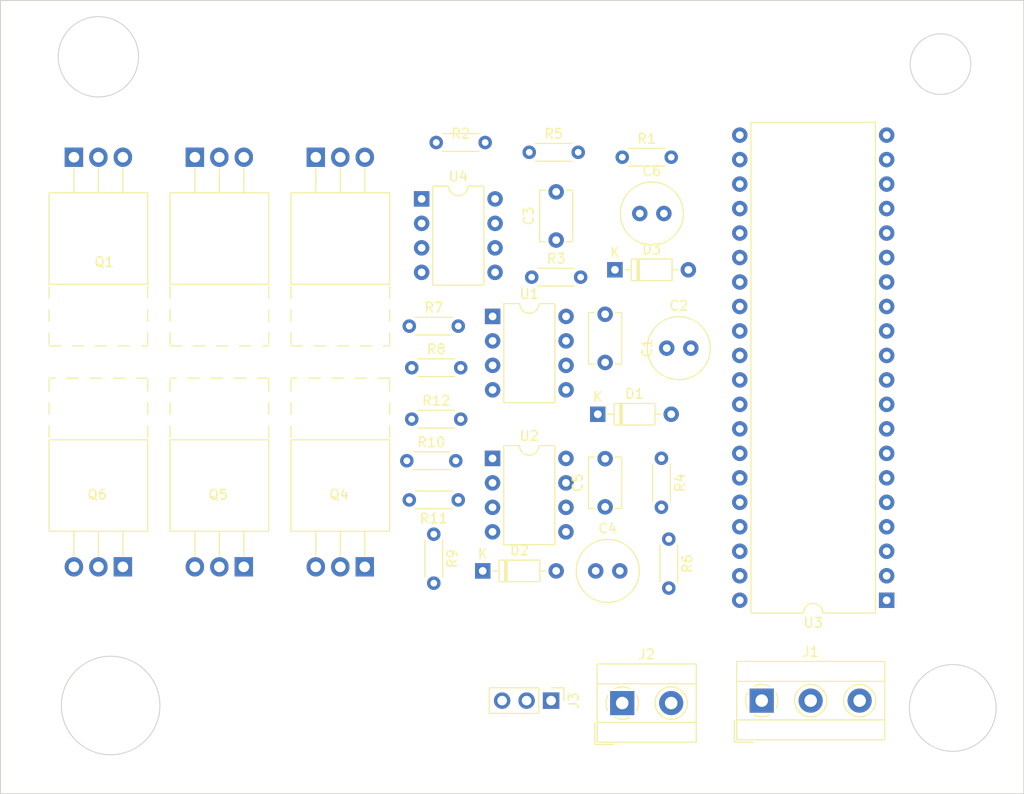
<source format=kicad_pcb>
(kicad_pcb (version 20221018) (generator pcbnew)
  (layers (0 "F.Cu" signal) (31 "B.Cu" signal) (34 "B.Paste" user) (35 "F.Paste" user) (36 "B.SilkS" user "B.Silkscreen") (37 "F.SilkS" user "F.Silkscreen") (38 "B.Mask" user) (39 "F.Mask" user) (44 "Edge.Cuts" user))
  (net 0 "")
  (net 1 "GND")
  (net 2 "Net-(U1-VS)")
  (net 3 "Net-(U2-VS)")
  (net 4 "+36V")
  (net 5 "/PHASE_A")
  (net 6 "/PHASE_B")
  (net 7 "Net-(Q1-G)")
  (net 8 "Net-(Q2-G)")
  (net 9 "Net-(Q3-G)")
  (net 10 "Net-(Q4-G)")
  (net 11 "Net-(Q5-G)")
  (net 12 "Net-(Q6-G)")
  (net 13 "/HIGH_A")
  (net 14 "/LOW_A")
  (net 15 "/HIGH_B")
  (net 16 "/LOW_B")
  (net 17 "/HIN_A")
  (net 18 "/LIN_A")
  (net 19 "/HIN_B")
  (net 20 "/LIN_B")
  (net 21 "/PHASE_C")
  (net 22 "+12V")
  (net 23 "/5V")
  (net 24 "/POT_IN")
  (net 25 "Net-(D1-A)")
  (net 26 "Net-(D2-A)")
  (net 27 "Net-(D3-A)")
  (net 28 "Net-(U4-VS)")
  (net 39 "Net-(U3-GND-Pad11)")
  (footprint "Diode_THT:D_DO-35_SOD27_P7.62mm_Horizontal" (layer "F.Cu") (at 103.378 72.649)
    (fp_text reference "D1" (at 3.81 -2.12) (layer "F.SilkS"))
    (fp_text value "1N4448")
    (fp_text user "K" (at 0 -1.8) (layer "F.SilkS"))
    (fp_line (start 1.04 0) (end 1.69 0) (stroke (width 0.12)) (layer "F.SilkS"))
    (fp_line (start 1.69 -1.12) (end 1.69 1.12) (stroke (width 0.12)) (layer "F.SilkS"))
    (fp_line (start 1.69 1.12) (end 5.93 1.12) (stroke (width 0.12)) (layer "F.SilkS"))
    (fp_line (start 2.29 -1.12) (end 2.29 1.12) (stroke (width 0.12)) (layer "F.SilkS"))
    (fp_line (start 2.41 -1.12) (end 2.41 1.12) (stroke (width 0.12)) (layer "F.SilkS"))
    (fp_line (start 2.53 -1.12) (end 2.53 1.12) (stroke (width 0.12)) (layer "F.SilkS"))
    (fp_line (start 5.93 -1.12) (end 1.69 -1.12) (stroke (width 0.12)) (layer "F.SilkS"))
    (fp_line (start 5.93 1.12) (end 5.93 -1.12) (stroke (width 0.12)) (layer "F.SilkS"))
    (fp_line (start 6.58 0) (end 5.93 0) (stroke (width 0.12)) (layer "F.SilkS"))
    (pad "1" thru_hole rect (at 0 0) (size 1.6 1.6) (drill 0.8) (layers "*.Cu" "*.Mask") (net 22 "+12V"))
    (pad "2" thru_hole oval (at 7.62 0) (size 1.6 1.6) (drill 0.8) (layers "*.Cu" "*.Mask") (net 25 "Net-(D1-A)"))
  )
  (footprint "Resistor_THT:R_Axial_DIN0204_L3.6mm_D1.6mm_P5.08mm_Horizontal" (layer "F.Cu") (at 88.9 81.539 180)
    (fp_text reference "R11" (at 2.54 -1.92) (layer "F.SilkS"))
    (fp_text value "R")
    (fp_line (start 0.62 -0.92) (end 4.46 -0.92) (stroke (width 0.12)) (layer "F.SilkS"))
    (fp_line (start 0.62 0.92) (end 4.46 0.92) (stroke (width 0.12)) (layer "F.SilkS"))
    (pad "1" thru_hole circle (at 0 0 180) (size 1.4 1.4) (drill 0.7) (layers "*.Cu" "*.Mask") (net 14 "/LOW_A"))
    (pad "2" thru_hole oval (at 5.08 0 180) (size 1.4 1.4) (drill 0.7) (layers "*.Cu" "*.Mask") (net 12 "Net-(Q6-G)"))
  )
  (footprint "Package_TO_SOT_THT:TO-220-3_Horizontal_TabUp" (layer "F.Cu") (at 49.022 45.983)
    (fp_text reference "Q1" (at 3.136 10.88) (layer "F.SilkS"))
    (fp_text value "IRLZ44N")
    (fp_line (start -2.58 3.69) (end -2.58 13.18) (stroke (width 0.12)) (layer "F.SilkS"))
    (fp_line (start -2.58 3.69) (end 7.66 3.69) (stroke (width 0.12)) (layer "F.SilkS"))
    (fp_line (start -2.58 13.18) (end 7.66 13.18) (stroke (width 0.12)) (layer "F.SilkS"))
    (fp_line (start -2.58 13.42) (end -2.58 14.62) (stroke (width 0.12)) (layer "F.SilkS"))
    (fp_line (start -2.58 15.82) (end -2.58 17.02) (stroke (width 0.12)) (layer "F.SilkS"))
    (fp_line (start -2.58 18.22) (end -2.58 19.42) (stroke (width 0.12)) (layer "F.SilkS"))
    (fp_line (start -2.58 19.58) (end -1.38 19.58) (stroke (width 0.12)) (layer "F.SilkS"))
    (fp_line (start -0.181 19.58) (end 1.02 19.58) (stroke (width 0.12)) (layer "F.SilkS"))
    (fp_line (start 0 1.15) (end 0 3.69) (stroke (width 0.12)) (layer "F.SilkS"))
    (fp_line (start 2.22 19.58) (end 3.42 19.58) (stroke (width 0.12)) (layer "F.SilkS"))
    (fp_line (start 2.54 1.15) (end 2.54 3.69) (stroke (width 0.12)) (layer "F.SilkS"))
    (fp_line (start 4.62 19.58) (end 5.82 19.58) (stroke (width 0.12)) (layer "F.SilkS"))
    (fp_line (start 5.08 1.15) (end 5.08 3.69) (stroke (width 0.12)) (layer "F.SilkS"))
    (fp_line (start 7.02 19.58) (end 7.66 19.58) (stroke (width 0.12)) (layer "F.SilkS"))
    (fp_line (start 7.66 3.69) (end 7.66 13.18) (stroke (width 0.12)) (layer "F.SilkS"))
    (fp_line (start 7.66 13.42) (end 7.66 14.62) (stroke (width 0.12)) (layer "F.SilkS"))
    (fp_line (start 7.66 15.82) (end 7.66 17.02) (stroke (width 0.12)) (layer "F.SilkS"))
    (fp_line (start 7.66 18.22) (end 7.66 19.42) (stroke (width 0.12)) (layer "F.SilkS"))
    (pad "" np_thru_hole oval locked (at 2.54 16.66) (size 3.5 3.5) (drill 3.5) (layers "*.Cu" "*.Mask"))
    (pad "1" thru_hole rect locked (at 0 0) (size 1.905 2) (drill 1.1) (layers "*.Cu" "*.Mask") (net 7 "Net-(Q1-G)"))
    (pad "2" thru_hole oval locked (at 2.54 0) (size 1.905 2) (drill 1.1) (layers "*.Cu" "*.Mask") (net 4 "+36V"))
    (pad "3" thru_hole oval locked (at 5.08 0) (size 1.905 2) (drill 1.1) (layers "*.Cu" "*.Mask") (net 5 "/PHASE_A"))
  )
  (footprint "TerminalBlock_MetzConnect:TerminalBlock_MetzConnect_Type101_RT01603HBWC_1x03_P5.08mm_Horizontal" (layer "F.Cu") (at 120.386 102.362)
    (fp_text reference "J1" (at 5.08 -5.06) (layer "F.SilkS"))
    (fp_text value "Screw_Terminal_01x03")
    (fp_line (start -2.84 2.06) (end -2.84 4.3) (stroke (width 0.12)) (layer "F.SilkS"))
    (fp_line (start -2.84 4.3) (end -0.84 4.3) (stroke (width 0.12)) (layer "F.SilkS"))
    (fp_line (start -2.6 -4.06) (end -2.6 4.06) (stroke (width 0.12)) (layer "F.SilkS"))
    (fp_line (start -2.6 -4.06) (end 12.76 -4.06) (stroke (width 0.12)) (layer "F.SilkS"))
    (fp_line (start -2.6 -2) (end 12.76 -2) (stroke (width 0.12)) (layer "F.SilkS"))
    (fp_line (start -2.6 2) (end 12.76 2) (stroke (width 0.12)) (layer "F.SilkS"))
    (fp_line (start -2.6 4.06) (end 12.76 4.06) (stroke (width 0.12)) (layer "F.SilkS"))
    (fp_line (start 3.9 0.976) (end 3.806 1.069) (stroke (width 0.12)) (layer "F.SilkS"))
    (fp_line (start 4.07 1.216) (end 4.011 1.274) (stroke (width 0.12)) (layer "F.SilkS"))
    (fp_line (start 6.15 -1.275) (end 6.091 -1.216) (stroke (width 0.12)) (layer "F.SilkS"))
    (fp_line (start 6.355 -1.069) (end 6.261 -0.976) (stroke (width 0.12)) (layer "F.SilkS"))
    (fp_line (start 8.98 0.976) (end 8.886 1.069) (stroke (width 0.12)) (layer "F.SilkS"))
    (fp_line (start 9.15 1.216) (end 9.091 1.274) (stroke (width 0.12)) (layer "F.SilkS"))
    (fp_line (start 11.23 -1.275) (end 11.171 -1.216) (stroke (width 0.12)) (layer "F.SilkS"))
    (fp_line (start 11.435 -1.069) (end 11.341 -0.976) (stroke (width 0.12)) (layer "F.SilkS"))
    (fp_line (start 12.76 -4.06) (end 12.76 4.06) (stroke (width 0.12)) (layer "F.SilkS"))
    (fp_arc (start -1.483953 0.789089) (mid -1.680708 0.00005) (end -1.484 -0.789) (stroke (width 0.12)) (layer "F.SilkS"))
    (fp_arc (start -0.789089 -1.483953) (mid -0.00005 -1.680708) (end 0.789 -1.484) (stroke (width 0.12)) (layer "F.SilkS"))
    (fp_arc (start 0.029383 1.68045) (mid -0.392304 1.634281) (end -0.789 1.484) (stroke (width 0.12)) (layer "F.SilkS"))
    (fp_arc (start 0.788712 1.483352) (mid 0.406429 1.630097) (end 0 1.68) (stroke (width 0.12)) (layer "F.SilkS"))
    (fp_arc (start 1.483953 -0.789089) (mid 1.680708 -0.00005) (end 1.484 0.789) (stroke (width 0.12)) (layer "F.SilkS"))
    (fp_circle (center 5.08 0) (end 6.76 0) (stroke (width 0.12)) (fill none) (layer "F.SilkS"))
    (fp_circle (center 10.16 0) (end 11.84 0) (stroke (width 0.12)) (fill none) (layer "F.SilkS"))
    (pad "1" thru_hole rect (at 0 0) (size 2.5 2.5) (drill 1.3) (layers "*.Cu" "*.Mask") (net 5 "/PHASE_A"))
    (pad "2" thru_hole circle (at 5.08 0) (size 2.5 2.5) (drill 1.3) (layers "*.Cu" "*.Mask") (net 6 "/PHASE_B"))
    (pad "3" thru_hole circle (at 10.16 0) (size 2.5 2.5) (drill 1.3) (layers "*.Cu" "*.Mask") (net 21 "/PHASE_C"))
  )
  (footprint "Resistor_THT:R_Axial_DIN0204_L3.6mm_D1.6mm_P5.08mm_Horizontal" (layer "F.Cu") (at 86.614 44.455)
    (fp_text reference "R2" (at 2.54 -0.92) (layer "F.SilkS"))
    (fp_text value "10K")
    (fp_line (start 0.62 -0.92) (end 4.46 -0.92) (stroke (width 0.12)) (layer "F.SilkS"))
    (fp_line (start 0.62 0.92) (end 4.46 0.92) (stroke (width 0.12)) (layer "F.SilkS"))
    (pad "1" thru_hole circle (at 0 0) (size 1.4 1.4) (drill 0.7) (layers "*.Cu" "*.Mask") (net 1 "GND"))
    (pad "2" thru_hole oval (at 5.08 0) (size 1.4 1.4) (drill 0.7) (layers "*.Cu" "*.Mask") (net 13 "/HIGH_A"))
  )
  (footprint "Capacitor_THT:C_Radial_D6.3mm_H5.0mm_P2.50mm" (layer "F.Cu") (at 110.53 65.791)
    (fp_text reference "C2" (at 1.25 -4.4) (layer "F.SilkS"))
    (fp_text value "10uF")
    (fp_circle (center 1.25 0) (end 4.52 0) (stroke (width 0.12)) (fill none) (layer "F.SilkS"))
    (pad "1" thru_hole circle (at 0 0) (size 1.6 1.6) (drill 0.8) (layers "*.Cu" "*.Mask") (net 25 "Net-(D1-A)"))
    (pad "2" thru_hole circle (at 2.5 0) (size 1.6 1.6) (drill 0.8) (layers "*.Cu" "*.Mask") (net 2 "Net-(U1-VS)"))
  )
  (footprint "Package_TO_SOT_THT:TO-220-3_Horizontal_TabUp" (layer "F.Cu") (at 54.102 88.483 180)
    (fp_text reference "Q6" (at 2.66 7.49) (layer "F.SilkS"))
    (fp_text value "IRLZ44N")
    (fp_line (start -2.58 3.69) (end -2.58 13.18) (stroke (width 0.12)) (layer "F.SilkS"))
    (fp_line (start -2.58 3.69) (end 7.66 3.69) (stroke (width 0.12)) (layer "F.SilkS"))
    (fp_line (start -2.58 13.18) (end 7.66 13.18) (stroke (width 0.12)) (layer "F.SilkS"))
    (fp_line (start -2.58 13.42) (end -2.58 14.62) (stroke (width 0.12)) (layer "F.SilkS"))
    (fp_line (start -2.58 15.82) (end -2.58 17.02) (stroke (width 0.12)) (layer "F.SilkS"))
    (fp_line (start -2.58 18.22) (end -2.58 19.42) (stroke (width 0.12)) (layer "F.SilkS"))
    (fp_line (start -2.58 19.58) (end -1.38 19.58) (stroke (width 0.12)) (layer "F.SilkS"))
    (fp_line (start -0.181 19.58) (end 1.02 19.58) (stroke (width 0.12)) (layer "F.SilkS"))
    (fp_line (start 0 1.15) (end 0 3.69) (stroke (width 0.12)) (layer "F.SilkS"))
    (fp_line (start 2.22 19.58) (end 3.42 19.58) (stroke (width 0.12)) (layer "F.SilkS"))
    (fp_line (start 2.54 1.15) (end 2.54 3.69) (stroke (width 0.12)) (layer "F.SilkS"))
    (fp_line (start 4.62 19.58) (end 5.82 19.58) (stroke (width 0.12)) (layer "F.SilkS"))
    (fp_line (start 5.08 1.15) (end 5.08 3.69) (stroke (width 0.12)) (layer "F.SilkS"))
    (fp_line (start 7.02 19.58) (end 7.66 19.58) (stroke (width 0.12)) (layer "F.SilkS"))
    (fp_line (start 7.66 3.69) (end 7.66 13.18) (stroke (width 0.12)) (layer "F.SilkS"))
    (fp_line (start 7.66 13.42) (end 7.66 14.62) (stroke (width 0.12)) (layer "F.SilkS"))
    (fp_line (start 7.66 15.82) (end 7.66 17.02) (stroke (width 0.12)) (layer "F.SilkS"))
    (fp_line (start 7.66 18.22) (end 7.66 19.42) (stroke (width 0.12)) (layer "F.SilkS"))
    (pad "" np_thru_hole oval locked (at 2.54 16.66 180) (size 3.5 3.5) (drill 3.5) (layers "*.Cu" "*.Mask"))
    (pad "1" thru_hole rect locked (at 0 0 180) (size 1.905 2) (drill 1.1) (layers "*.Cu" "*.Mask") (net 12 "Net-(Q6-G)"))
    (pad "2" thru_hole oval locked (at 2.54 0 180) (size 1.905 2) (drill 1.1) (layers "*.Cu" "*.Mask") (net 21 "/PHASE_C"))
    (pad "3" thru_hole oval locked (at 5.08 0 180) (size 1.905 2) (drill 1.1) (layers "*.Cu" "*.Mask") (net 1 "GND"))
  )
  (footprint "Resistor_THT:R_Axial_DIN0204_L3.6mm_D1.6mm_P5.08mm_Horizontal" (layer "F.Cu") (at 96.266 45.471)
    (fp_text reference "R5" (at 2.54 -1.92) (layer "F.SilkS"))
    (fp_text value "100R")
    (fp_line (start 0.62 -0.92) (end 4.46 -0.92) (stroke (width 0.12)) (layer "F.SilkS"))
    (fp_line (start 0.62 0.92) (end 4.46 0.92) (stroke (width 0.12)) (layer "F.SilkS"))
    (pad "1" thru_hole circle (at 0 0) (size 1.4 1.4) (drill 0.7) (layers "*.Cu" "*.Mask") (net 15 "/HIGH_B"))
    (pad "2" thru_hole oval (at 5.08 0) (size 1.4 1.4) (drill 0.7) (layers "*.Cu" "*.Mask") (net 9 "Net-(Q3-G)"))
  )
  (footprint "Package_DIP:DIP-8_W7.62mm" (layer "F.Cu") (at 92.466 62.499)
    (fp_text reference "U1" (at 3.81 -2.33) (layer "F.SilkS"))
    (fp_text value "IR2101")
    (fp_line (start 1.16 -1.33) (end 1.16 8.95) (stroke (width 0.12)) (layer "F.SilkS"))
    (fp_line (start 1.16 8.95) (end 6.46 8.95) (stroke (width 0.12)) (layer "F.SilkS"))
    (fp_line (start 2.81 -1.33) (end 1.16 -1.33) (stroke (width 0.12)) (layer "F.SilkS"))
    (fp_line (start 6.46 -1.33) (end 4.81 -1.33) (stroke (width 0.12)) (layer "F.SilkS"))
    (fp_line (start 6.46 8.95) (end 6.46 -1.33) (stroke (width 0.12)) (layer "F.SilkS"))
    (fp_arc (start 4.81 -1.33) (mid 3.81 -0.33) (end 2.81 -1.33) (stroke (width 0.12)) (layer "F.SilkS"))
    (pad "1" thru_hole rect (at 0 0) (size 1.6 1.6) (drill 0.8) (layers "*.Cu" "*.Mask") (net 22 "+12V"))
    (pad "2" thru_hole oval (at 0 2.54) (size 1.6 1.6) (drill 0.8) (layers "*.Cu" "*.Mask") (net 17 "/HIN_A"))
    (pad "3" thru_hole oval (at 0 5.08) (size 1.6 1.6) (drill 0.8) (layers "*.Cu" "*.Mask") (net 18 "/LIN_A"))
    (pad "4" thru_hole oval (at 0 7.62) (size 1.6 1.6) (drill 0.8) (layers "*.Cu" "*.Mask") (net 1 "GND"))
    (pad "5" thru_hole oval (at 7.62 7.62) (size 1.6 1.6) (drill 0.8) (layers "*.Cu" "*.Mask") (net 14 "/LOW_A"))
    (pad "6" thru_hole oval (at 7.62 5.08) (size 1.6 1.6) (drill 0.8) (layers "*.Cu" "*.Mask") (net 2 "Net-(U1-VS)"))
    (pad "7" thru_hole oval (at 7.62 2.54) (size 1.6 1.6) (drill 0.8) (layers "*.Cu" "*.Mask") (net 13 "/HIGH_A"))
    (pad "8" thru_hole oval (at 7.62 0) (size 1.6 1.6) (drill 0.8) (layers "*.Cu" "*.Mask") (net 25 "Net-(D1-A)"))
  )
  (footprint "Package_TO_SOT_THT:TO-220-3_Horizontal_TabUp" (layer "F.Cu") (at 79.202 88.483 180)
    (fp_text reference "Q4" (at 2.66 7.49) (layer "F.SilkS"))
    (fp_text value "IRLZ44N")
    (fp_line (start -2.58 3.69) (end -2.58 13.18) (stroke (width 0.12)) (layer "F.SilkS"))
    (fp_line (start -2.58 3.69) (end 7.66 3.69) (stroke (width 0.12)) (layer "F.SilkS"))
    (fp_line (start -2.58 13.18) (end 7.66 13.18) (stroke (width 0.12)) (layer "F.SilkS"))
    (fp_line (start -2.58 13.42) (end -2.58 14.62) (stroke (width 0.12)) (layer "F.SilkS"))
    (fp_line (start -2.58 15.82) (end -2.58 17.02) (stroke (width 0.12)) (layer "F.SilkS"))
    (fp_line (start -2.58 18.22) (end -2.58 19.42) (stroke (width 0.12)) (layer "F.SilkS"))
    (fp_line (start -2.58 19.58) (end -1.38 19.58) (stroke (width 0.12)) (layer "F.SilkS"))
    (fp_line (start -0.181 19.58) (end 1.02 19.58) (stroke (width 0.12)) (layer "F.SilkS"))
    (fp_line (start 0 1.15) (end 0 3.69) (stroke (width 0.12)) (layer "F.SilkS"))
    (fp_line (start 2.22 19.58) (end 3.42 19.58) (stroke (width 0.12)) (layer "F.SilkS"))
    (fp_line (start 2.54 1.15) (end 2.54 3.69) (stroke (width 0.12)) (layer "F.SilkS"))
    (fp_line (start 4.62 19.58) (end 5.82 19.58) (stroke (width 0.12)) (layer "F.SilkS"))
    (fp_line (start 5.08 1.15) (end 5.08 3.69) (stroke (width 0.12)) (layer "F.SilkS"))
    (fp_line (start 7.02 19.58) (end 7.66 19.58) (stroke (width 0.12)) (layer "F.SilkS"))
    (fp_line (start 7.66 3.69) (end 7.66 13.18) (stroke (width 0.12)) (layer "F.SilkS"))
    (fp_line (start 7.66 13.42) (end 7.66 14.62) (stroke (width 0.12)) (layer "F.SilkS"))
    (fp_line (start 7.66 15.82) (end 7.66 17.02) (stroke (width 0.12)) (layer "F.SilkS"))
    (fp_line (start 7.66 18.22) (end 7.66 19.42) (stroke (width 0.12)) (layer "F.SilkS"))
    (pad "" np_thru_hole oval locked (at 2.54 16.66 180) (size 3.5 3.5) (drill 3.5) (layers "*.Cu" "*.Mask"))
    (pad "1" thru_hole rect locked (at 0 0 180) (size 1.905 2) (drill 1.1) (layers "*.Cu" "*.Mask") (net 10 "Net-(Q4-G)"))
    (pad "2" thru_hole oval locked (at 2.54 0 180) (size 1.905 2) (drill 1.1) (layers "*.Cu" "*.Mask") (net 6 "/PHASE_B"))
    (pad "3" thru_hole oval locked (at 5.08 0 180) (size 1.905 2) (drill 1.1) (layers "*.Cu" "*.Mask") (net 1 "GND"))
  )
  (footprint "Resistor_THT:R_Axial_DIN0204_L3.6mm_D1.6mm_P5.08mm_Horizontal" (layer "F.Cu") (at 84.074 73.157)
    (fp_text reference "R12" (at 2.54 -1.92) (layer "F.SilkS"))
    (fp_text value "R")
    (fp_line (start 0.62 -0.92) (end 4.46 -0.92) (stroke (width 0.12)) (layer "F.SilkS"))
    (fp_line (start 0.62 0.92) (end 4.46 0.92) (stroke (width 0.12)) (layer "F.SilkS"))
    (pad "1" thru_hole circle (at 0 0) (size 1.4 1.4) (drill 0.7) (layers "*.Cu" "*.Mask") (net 1 "GND"))
    (pad "2" thru_hole oval (at 5.08 0) (size 1.4 1.4) (drill 0.7) (layers "*.Cu" "*.Mask") (net 14 "/LOW_A"))
  )
  (footprint "Package_DIP:DIP-8_W7.62mm" (layer "F.Cu") (at 85.1 50.307)
    (fp_text reference "U4" (at 3.81 -2.33) (layer "F.SilkS"))
    (fp_text value "IR2101")
    (fp_line (start 1.16 -1.33) (end 1.16 8.95) (stroke (width 0.12)) (layer "F.SilkS"))
    (fp_line (start 1.16 8.95) (end 6.46 8.95) (stroke (width 0.12)) (layer "F.SilkS"))
    (fp_line (start 2.81 -1.33) (end 1.16 -1.33) (stroke (width 0.12)) (layer "F.SilkS"))
    (fp_line (start 6.46 -1.33) (end 4.81 -1.33) (stroke (width 0.12)) (layer "F.SilkS"))
    (fp_line (start 6.46 8.95) (end 6.46 -1.33) (stroke (width 0.12)) (layer "F.SilkS"))
    (fp_arc (start 4.81 -1.33) (mid 3.81 -0.33) (end 2.81 -1.33) (stroke (width 0.12)) (layer "F.SilkS"))
    (pad "1" thru_hole rect (at 0 0) (size 1.6 1.6) (drill 0.8) (layers "*.Cu" "*.Mask") (net 22 "+12V"))
    (pad "2" thru_hole oval (at 0 2.54) (size 1.6 1.6) (drill 0.8) (layers "*.Cu" "*.Mask") (net 17 "/HIN_A"))
    (pad "3" thru_hole oval (at 0 5.08) (size 1.6 1.6) (drill 0.8) (layers "*.Cu" "*.Mask") (net 18 "/LIN_A"))
    (pad "4" thru_hole oval (at 0 7.62) (size 1.6 1.6) (drill 0.8) (layers "*.Cu" "*.Mask") (net 1 "GND"))
    (pad "5" thru_hole oval (at 7.62 7.62) (size 1.6 1.6) (drill 0.8) (layers "*.Cu" "*.Mask") (net 14 "/LOW_A"))
    (pad "6" thru_hole oval (at 7.62 5.08) (size 1.6 1.6) (drill 0.8) (layers "*.Cu" "*.Mask") (net 28 "Net-(U4-VS)"))
    (pad "7" thru_hole oval (at 7.62 2.54) (size 1.6 1.6) (drill 0.8) (layers "*.Cu" "*.Mask") (net 13 "/HIGH_A"))
    (pad "8" thru_hole oval (at 7.62 0) (size 1.6 1.6) (drill 0.8) (layers "*.Cu" "*.Mask") (net 27 "Net-(D3-A)"))
  )
  (footprint "Capacitor_THT:C_Disc_D5.1mm_W3.2mm_P5.00mm" (layer "F.Cu") (at 99.06 54.575 90)
    (fp_text reference "C3" (at 2.5 -2.85 90) (layer "F.SilkS"))
    (fp_text value "10uF")
    (fp_line (start -0.17 -1.721) (end -0.17 -1.055) (stroke (width 0.12)) (layer "F.SilkS"))
    (fp_line (start -0.17 -1.721) (end 5.17 -1.721) (stroke (width 0.12)) (layer "F.SilkS"))
    (fp_line (start -0.17 1.055) (end -0.17 1.721) (stroke (width 0.12)) (layer "F.SilkS"))
    (fp_line (start -0.17 1.721) (end 5.17 1.721) (stroke (width 0.12)) (layer "F.SilkS"))
    (fp_line (start 5.17 -1.721) (end 5.17 -1.055) (stroke (width 0.12)) (layer "F.SilkS"))
    (fp_line (start 5.17 1.055) (end 5.17 1.721) (stroke (width 0.12)) (layer "F.SilkS"))
    (pad "1" thru_hole circle (at 0 0 90) (size 1.6 1.6) (drill 0.8) (layers "*.Cu" "*.Mask") (net 22 "+12V"))
    (pad "2" thru_hole circle (at 5 0 90) (size 1.6 1.6) (drill 0.8) (layers "*.Cu" "*.Mask") (net 1 "GND"))
  )
  (footprint "Diode_THT:D_DO-35_SOD27_P7.62mm_Horizontal" (layer "F.Cu") (at 105.156 57.663)
    (fp_text reference "D3" (at 3.81 -2.12) (layer "F.SilkS"))
    (fp_text value "1N4448")
    (fp_text user "K" (at 0 -1.8) (layer "F.SilkS"))
    (fp_line (start 1.04 0) (end 1.69 0) (stroke (width 0.12)) (layer "F.SilkS"))
    (fp_line (start 1.69 -1.12) (end 1.69 1.12) (stroke (width 0.12)) (layer "F.SilkS"))
    (fp_line (start 1.69 1.12) (end 5.93 1.12) (stroke (width 0.12)) (layer "F.SilkS"))
    (fp_line (start 2.29 -1.12) (end 2.29 1.12) (stroke (width 0.12)) (layer "F.SilkS"))
    (fp_line (start 2.41 -1.12) (end 2.41 1.12) (stroke (width 0.12)) (layer "F.SilkS"))
    (fp_line (start 2.53 -1.12) (end 2.53 1.12) (stroke (width 0.12)) (layer "F.SilkS"))
    (fp_line (start 5.93 -1.12) (end 1.69 -1.12) (stroke (width 0.12)) (layer "F.SilkS"))
    (fp_line (start 5.93 1.12) (end 5.93 -1.12) (stroke (width 0.12)) (layer "F.SilkS"))
    (fp_line (start 6.58 0) (end 5.93 0) (stroke (width 0.12)) (layer "F.SilkS"))
    (pad "1" thru_hole rect (at 0 0) (size 1.6 1.6) (drill 0.8) (layers "*.Cu" "*.Mask") (net 22 "+12V"))
    (pad "2" thru_hole oval (at 7.62 0) (size 1.6 1.6) (drill 0.8) (layers "*.Cu" "*.Mask") (net 27 "Net-(D3-A)"))
  )
  (footprint "Package_DIP:DIP-40_W15.24mm" (layer "F.Cu") (at 133.35 91.948 180)
    (fp_text reference "U3" (at 7.62 -2.33) (layer "F.SilkS"))
    (fp_text value "ATmega16-16P")
    (fp_line (start 1.16 -1.33) (end 1.16 49.59) (stroke (width 0.12)) (layer "F.SilkS"))
    (fp_line (start 1.16 49.59) (end 14.08 49.59) (stroke (width 0.12)) (layer "F.SilkS"))
    (fp_line (start 6.62 -1.33) (end 1.16 -1.33) (stroke (width 0.12)) (layer "F.SilkS"))
    (fp_line (start 14.08 -1.33) (end 8.62 -1.33) (stroke (width 0.12)) (layer "F.SilkS"))
    (fp_line (start 14.08 49.59) (end 14.08 -1.33) (stroke (width 0.12)) (layer "F.SilkS"))
    (fp_arc (start 8.62 -1.33) (mid 7.62 -0.33) (end 6.62 -1.33) (stroke (width 0.12)) (layer "F.SilkS"))
    (pad "1" thru_hole rect (at 0 0 180) (size 1.6 1.6) (drill 0.8) (layers "*.Cu" "*.Mask"))
    (pad "2" thru_hole oval (at 0 2.54 180) (size 1.6 1.6) (drill 0.8) (layers "*.Cu" "*.Mask"))
    (pad "3" thru_hole oval (at 0 5.08 180) (size 1.6 1.6) (drill 0.8) (layers "*.Cu" "*.Mask"))
    (pad "4" thru_hole oval (at 0 7.62 180) (size 1.6 1.6) (drill 0.8) (layers "*.Cu" "*.Mask"))
    (pad "5" thru_hole oval (at 0 10.16 180) (size 1.6 1.6) (drill 0.8) (layers "*.Cu" "*.Mask"))
    (pad "6" thru_hole oval (at 0 12.7 180) (size 1.6 1.6) (drill 0.8) (layers "*.Cu" "*.Mask"))
    (pad "7" thru_hole oval (at 0 15.24 180) (size 1.6 1.6) (drill 0.8) (layers "*.Cu" "*.Mask"))
    (pad "8" thru_hole oval (at 0 17.78 180) (size 1.6 1.6) (drill 0.8) (layers "*.Cu" "*.Mask"))
    (pad "9" thru_hole oval (at 0 20.32 180) (size 1.6 1.6) (drill 0.8) (layers "*.Cu" "*.Mask"))
    (pad "10" thru_hole oval (at 0 22.86 180) (size 1.6 1.6) (drill 0.8) (layers "*.Cu" "*.Mask"))
    (pad "11" thru_hole oval (at 0 25.4 180) (size 1.6 1.6) (drill 0.8) (layers "*.Cu" "*.Mask") (net 39 "Net-(U3-GND-Pad11)"))
    (pad "12" thru_hole oval (at 0 27.94 180) (size 1.6 1.6) (drill 0.8) (layers "*.Cu" "*.Mask"))
    (pad "13" thru_hole oval (at 0 30.48 180) (size 1.6 1.6) (drill 0.8) (layers "*.Cu" "*.Mask"))
    (pad "14" thru_hole oval (at 0 33.02 180) (size 1.6 1.6) (drill 0.8) (layers "*.Cu" "*.Mask"))
    (pad "15" thru_hole oval (at 0 35.56 180) (size 1.6 1.6) (drill 0.8) (layers "*.Cu" "*.Mask"))
    (pad "16" thru_hole oval (at 0 38.1 180) (size 1.6 1.6) (drill 0.8) (layers "*.Cu" "*.Mask"))
    (pad "17" thru_hole oval (at 0 40.64 180) (size 1.6 1.6) (drill 0.8) (layers "*.Cu" "*.Mask"))
    (pad "18" thru_hole oval (at 0 43.18 180) (size 1.6 1.6) (drill 0.8) (layers "*.Cu" "*.Mask"))
    (pad "19" thru_hole oval (at 0 45.72 180) (size 1.6 1.6) (drill 0.8) (layers "*.Cu" "*.Mask"))
    (pad "20" thru_hole oval (at 0 48.26 180) (size 1.6 1.6) (drill 0.8) (layers "*.Cu" "*.Mask"))
    (pad "21" thru_hole oval (at 15.24 48.26 180) (size 1.6 1.6) (drill 0.8) (layers "*.Cu" "*.Mask"))
    (pad "22" thru_hole oval (at 15.24 45.72 180) (size 1.6 1.6) (drill 0.8) (layers "*.Cu" "*.Mask"))
    (pad "23" thru_hole oval (at 15.24 43.18 180) (size 1.6 1.6) (drill 0.8) (layers "*.Cu" "*.Mask"))
    (pad "24" thru_hole oval (at 15.24 40.64 180) (size 1.6 1.6) (drill 0.8) (layers "*.Cu" "*.Mask"))
    (pad "25" thru_hole oval (at 15.24 38.1 180) (size 1.6 1.6) (drill 0.8) (layers "*.Cu" "*.Mask"))
    (pad "26" thru_hole oval (at 15.24 35.56 180) (size 1.6 1.6) (drill 0.8) (layers "*.Cu" "*.Mask"))
    (pad "27" thru_hole oval (at 15.24 33.02 180) (size 1.6 1.6) (drill 0.8) (layers "*.Cu" "*.Mask"))
    (pad "28" thru_hole oval (at 15.24 30.48 180) (size 1.6 1.6) (drill 0.8) (layers "*.Cu" "*.Mask"))
    (pad "29" thru_hole oval (at 15.24 27.94 180) (size 1.6 1.6) (drill 0.8) (layers "*.Cu" "*.Mask"))
    (pad "30" thru_hole oval (at 15.24 25.4 180) (size 1.6 1.6) (drill 0.8) (layers "*.Cu" "*.Mask"))
    (pad "31" thru_hole oval (at 15.24 22.86 180) (size 1.6 1.6) (drill 0.8) (layers "*.Cu" "*.Mask") (net 39 "Net-(U3-GND-Pad11)"))
    (pad "32" thru_hole oval (at 15.24 20.32 180) (size 1.6 1.6) (drill 0.8) (layers "*.Cu" "*.Mask"))
    (pad "33" thru_hole oval (at 15.24 17.78 180) (size 1.6 1.6) (drill 0.8) (layers "*.Cu" "*.Mask"))
    (pad "34" thru_hole oval (at 15.24 15.24 180) (size 1.6 1.6) (drill 0.8) (layers "*.Cu" "*.Mask"))
    (pad "35" thru_hole oval (at 15.24 12.7 180) (size 1.6 1.6) (drill 0.8) (layers "*.Cu" "*.Mask"))
    (pad "36" thru_hole oval (at 15.24 10.16 180) (size 1.6 1.6) (drill 0.8) (layers "*.Cu" "*.Mask"))
    (pad "37" thru_hole oval (at 15.24 7.62 180) (size 1.6 1.6) (drill 0.8) (layers "*.Cu" "*.Mask"))
    (pad "38" thru_hole oval (at 15.24 5.08 180) (size 1.6 1.6) (drill 0.8) (layers "*.Cu" "*.Mask"))
    (pad "39" thru_hole oval (at 15.24 2.54 180) (size 1.6 1.6) (drill 0.8) (layers "*.Cu" "*.Mask"))
    (pad "40" thru_hole oval (at 15.24 0 180) (size 1.6 1.6) (drill 0.8) (layers "*.Cu" "*.Mask"))
  )
  (footprint "Capacitor_THT:C_Radial_D6.3mm_H5.0mm_P2.50mm" (layer "F.Cu") (at 107.736 51.821)
    (fp_text reference "C6" (at 1.25 -4.4) (layer "F.SilkS"))
    (fp_text value "10uF")
    (fp_circle (center 1.25 0) (end 4.52 0) (stroke (width 0.12)) (fill none) (layer "F.SilkS"))
    (pad "1" thru_hole circle (at 0 0) (size 1.6 1.6) (drill 0.8) (layers "*.Cu" "*.Mask") (net 27 "Net-(D3-A)"))
    (pad "2" thru_hole circle (at 2.5 0) (size 1.6 1.6) (drill 0.8) (layers "*.Cu" "*.Mask") (net 28 "Net-(U4-VS)"))
  )
  (footprint "Resistor_THT:R_Axial_DIN0204_L3.6mm_D1.6mm_P5.08mm_Horizontal" (layer "F.Cu") (at 110.744 85.603 -90)
    (fp_text reference "R6" (at 2.54 -1.92 90) (layer "F.SilkS"))
    (fp_text value "10K")
    (fp_line (start 0.62 -0.92) (end 4.46 -0.92) (stroke (width 0.12)) (layer "F.SilkS"))
    (fp_line (start 0.62 0.92) (end 4.46 0.92) (stroke (width 0.12)) (layer "F.SilkS"))
    (pad "1" thru_hole circle (at 0 0 270) (size 1.4 1.4) (drill 0.7) (layers "*.Cu" "*.Mask") (net 1 "GND"))
    (pad "2" thru_hole oval (at 5.08 0 270) (size 1.4 1.4) (drill 0.7) (layers "*.Cu" "*.Mask") (net 15 "/HIGH_B"))
  )
  (footprint "Package_TO_SOT_THT:TO-220-3_Horizontal_TabUp" (layer "F.Cu") (at 61.572 45.983)
    (fp_text reference "Q2" hide)
    (fp_text value "IRLZ44N")
    (fp_line (start -2.58 3.69) (end -2.58 13.18) (stroke (width 0.12)) (layer "F.SilkS"))
    (fp_line (start -2.58 3.69) (end 7.66 3.69) (stroke (width 0.12)) (layer "F.SilkS"))
    (fp_line (start -2.58 13.18) (end 7.66 13.18) (stroke (width 0.12)) (layer "F.SilkS"))
    (fp_line (start -2.58 13.42) (end -2.58 14.62) (stroke (width 0.12)) (layer "F.SilkS"))
    (fp_line (start -2.58 15.82) (end -2.58 17.02) (stroke (width 0.12)) (layer "F.SilkS"))
    (fp_line (start -2.58 18.22) (end -2.58 19.42) (stroke (width 0.12)) (layer "F.SilkS"))
    (fp_line (start -2.58 19.58) (end -1.38 19.58) (stroke (width 0.12)) (layer "F.SilkS"))
    (fp_line (start -0.181 19.58) (end 1.02 19.58) (stroke (width 0.12)) (layer "F.SilkS"))
    (fp_line (start 0 1.15) (end 0 3.69) (stroke (width 0.12)) (layer "F.SilkS"))
    (fp_line (start 2.22 19.58) (end 3.42 19.58) (stroke (width 0.12)) (layer "F.SilkS"))
    (fp_line (start 2.54 1.15) (end 2.54 3.69) (stroke (width 0.12)) (layer "F.SilkS"))
    (fp_line (start 4.62 19.58) (end 5.82 19.58) (stroke (width 0.12)) (layer "F.SilkS"))
    (fp_line (start 5.08 1.15) (end 5.08 3.69) (stroke (width 0.12)) (layer "F.SilkS"))
    (fp_line (start 7.02 19.58) (end 7.66 19.58) (stroke (width 0.12)) (layer "F.SilkS"))
    (fp_line (start 7.66 3.69) (end 7.66 13.18) (stroke (width 0.12)) (layer "F.SilkS"))
    (fp_line (start 7.66 13.42) (end 7.66 14.62) (stroke (width 0.12)) (layer "F.SilkS"))
    (fp_line (start 7.66 15.82) (end 7.66 17.02) (stroke (width 0.12)) (layer "F.SilkS"))
    (fp_line (start 7.66 18.22) (end 7.66 19.42) (stroke (width 0.12)) (layer "F.SilkS"))
    (pad "" np_thru_hole oval locked (at 2.54 16.66) (size 3.5 3.5) (drill 3.5) (layers "*.Cu" "*.Mask"))
    (pad "1" thru_hole rect locked (at 0 0) (size 1.905 2) (drill 1.1) (layers "*.Cu" "*.Mask") (net 8 "Net-(Q2-G)"))
    (pad "2" thru_hole oval locked (at 2.54 0) (size 1.905 2) (drill 1.1) (layers "*.Cu" "*.Mask") (net 5 "/PHASE_A"))
    (pad "3" thru_hole oval locked (at 5.08 0) (size 1.905 2) (drill 1.1) (layers "*.Cu" "*.Mask") (net 1 "GND"))
  )
  (footprint "Diode_THT:D_DO-35_SOD27_P7.62mm_Horizontal" (layer "F.Cu") (at 91.44 88.905)
    (fp_text reference "D2" (at 3.81 -2.12) (layer "F.SilkS"))
    (fp_text value "1N4448")
    (fp_text user "K" (at 0 -1.8) (layer "F.SilkS"))
    (fp_line (start 1.04 0) (end 1.69 0) (stroke (width 0.12)) (layer "F.SilkS"))
    (fp_line (start 1.69 -1.12) (end 1.69 1.12) (stroke (width 0.12)) (layer "F.SilkS"))
    (fp_line (start 1.69 1.12) (end 5.93 1.12) (stroke (width 0.12)) (layer "F.SilkS"))
    (fp_line (start 2.29 -1.12) (end 2.29 1.12) (stroke (width 0.12)) (layer "F.SilkS"))
    (fp_line (start 2.41 -1.12) (end 2.41 1.12) (stroke (width 0.12)) (layer "F.SilkS"))
    (fp_line (start 2.53 -1.12) (end 2.53 1.12) (stroke (width 0.12)) (layer "F.SilkS"))
    (fp_line (start 5.93 -1.12) (end 1.69 -1.12) (stroke (width 0.12)) (layer "F.SilkS"))
    (fp_line (start 5.93 1.12) (end 5.93 -1.12) (stroke (width 0.12)) (layer "F.SilkS"))
    (fp_line (start 6.58 0) (end 5.93 0) (stroke (width 0.12)) (layer "F.SilkS"))
    (pad "1" thru_hole rect (at 0 0) (size 1.6 1.6) (drill 0.8) (layers "*.Cu" "*.Mask") (net 22 "+12V"))
    (pad "2" thru_hole oval (at 7.62 0) (size 1.6 1.6) (drill 0.8) (layers "*.Cu" "*.Mask") (net 26 "Net-(D2-A)"))
  )
  (footprint "Resistor_THT:R_Axial_DIN0204_L3.6mm_D1.6mm_P5.08mm_Horizontal" (layer "F.Cu") (at 86.36 85.095 -90)
    (fp_text reference "R9" (at 2.54 -1.92 90) (layer "F.SilkS"))
    (fp_text value "100R")
    (fp_line (start 0.62 -0.92) (end 4.46 -0.92) (stroke (width 0.12)) (layer "F.SilkS"))
    (fp_line (start 0.62 0.92) (end 4.46 0.92) (stroke (width 0.12)) (layer "F.SilkS"))
    (pad "1" thru_hole circle (at 0 0 270) (size 1.4 1.4) (drill 0.7) (layers "*.Cu" "*.Mask") (net 13 "/HIGH_A"))
    (pad "2" thru_hole oval (at 5.08 0 270) (size 1.4 1.4) (drill 0.7) (layers "*.Cu" "*.Mask") (net 11 "Net-(Q5-G)"))
  )
  (footprint "TerminalBlock_MetzConnect:TerminalBlock_MetzConnect_Type101_RT01602HBWC_1x02_P5.08mm_Horizontal" (layer "F.Cu") (at 105.913 102.616)
    (fp_text reference "J2" (at 2.54 -5.06) (layer "F.SilkS"))
    (fp_text value "Screw_Terminal_01x02")
    (fp_line (start -2.84 2.06) (end -2.84 4.3) (stroke (width 0.12)) (layer "F.SilkS"))
    (fp_line (start -2.84 4.3) (end -0.84 4.3) (stroke (width 0.12)) (layer "F.SilkS"))
    (fp_line (start -2.6 -4.06) (end -2.6 4.06) (stroke (width 0.12)) (layer "F.SilkS"))
    (fp_line (start -2.6 -4.06) (end 7.68 -4.06) (stroke (width 0.12)) (layer "F.SilkS"))
    (fp_line (start -2.6 -2) (end 7.68 -2) (stroke (width 0.12)) (layer "F.SilkS"))
    (fp_line (start -2.6 2) (end 7.68 2) (stroke (width 0.12)) (layer "F.SilkS"))
    (fp_line (start -2.6 4.06) (end 7.68 4.06) (stroke (width 0.12)) (layer "F.SilkS"))
    (fp_line (start 3.9 0.976) (end 3.806 1.069) (stroke (width 0.12)) (layer "F.SilkS"))
    (fp_line (start 4.07 1.216) (end 4.011 1.274) (stroke (width 0.12)) (layer "F.SilkS"))
    (fp_line (start 6.15 -1.275) (end 6.091 -1.216) (stroke (width 0.12)) (layer "F.SilkS"))
    (fp_line (start 6.355 -1.069) (end 6.261 -0.976) (stroke (width 0.12)) (layer "F.SilkS"))
    (fp_line (start 7.68 -4.06) (end 7.68 4.06) (stroke (width 0.12)) (layer "F.SilkS"))
    (fp_arc (start -1.483953 0.789089) (mid -1.680708 0.00005) (end -1.484 -0.789) (stroke (width 0.12)) (layer "F.SilkS"))
    (fp_arc (start -0.789089 -1.483953) (mid -0.00005 -1.680708) (end 0.789 -1.484) (stroke (width 0.12)) (layer "F.SilkS"))
    (fp_arc (start 0.029383 1.68045) (mid -0.392304 1.634281) (end -0.789 1.484) (stroke (width 0.12)) (layer "F.SilkS"))
    (fp_arc (start 0.788712 1.483352) (mid 0.406429 1.630097) (end 0 1.68) (stroke (width 0.12)) (layer "F.SilkS"))
    (fp_arc (start 1.483953 -0.789089) (mid 1.680708 -0.00005) (end 1.484 0.789) (stroke (width 0.12)) (layer "F.SilkS"))
    (fp_circle (center 5.08 0) (end 6.76 0) (stroke (width 0.12)) (fill none) (layer "F.SilkS"))
    (pad "1" thru_hole rect (at 0 0) (size 2.5 2.5) (drill 1.3) (layers "*.Cu" "*.Mask") (net 22 "+12V"))
    (pad "2" thru_hole circle (at 5.08 0) (size 2.5 2.5) (drill 1.3) (layers "*.Cu" "*.Mask") (net 1 "GND"))
  )
  (footprint "Package_TO_SOT_THT:TO-220-3_Horizontal_TabUp" (layer "F.Cu") (at 74.122 45.983)
    (fp_text reference "Q3" hide)
    (fp_text value "IRLZ44N")
    (fp_line (start -2.58 3.69) (end -2.58 13.18) (stroke (width 0.12)) (layer "F.SilkS"))
    (fp_line (start -2.58 3.69) (end 7.66 3.69) (stroke (width 0.12)) (layer "F.SilkS"))
    (fp_line (start -2.58 13.18) (end 7.66 13.18) (stroke (width 0.12)) (layer "F.SilkS"))
    (fp_line (start -2.58 13.42) (end -2.58 14.62) (stroke (width 0.12)) (layer "F.SilkS"))
    (fp_line (start -2.58 15.82) (end -2.58 17.02) (stroke (width 0.12)) (layer "F.SilkS"))
    (fp_line (start -2.58 18.22) (end -2.58 19.42) (stroke (width 0.12)) (layer "F.SilkS"))
    (fp_line (start -2.58 19.58) (end -1.38 19.58) (stroke (width 0.12)) (layer "F.SilkS"))
    (fp_line (start -0.181 19.58) (end 1.02 19.58) (stroke (width 0.12)) (layer "F.SilkS"))
    (fp_line (start 0 1.15) (end 0 3.69) (stroke (width 0.12)) (layer "F.SilkS"))
    (fp_line (start 2.22 19.58) (end 3.42 19.58) (stroke (width 0.12)) (layer "F.SilkS"))
    (fp_line (start 2.54 1.15) (end 2.54 3.69) (stroke (width 0.12)) (layer "F.SilkS"))
    (fp_line (start 4.62 19.58) (end 5.82 19.58) (stroke (width 0.12)) (layer "F.SilkS"))
    (fp_line (start 5.08 1.15) (end 5.08 3.69) (stroke (width 0.12)) (layer "F.SilkS"))
    (fp_line (start 7.02 19.58) (end 7.66 19.58) (stroke (width 0.12)) (layer "F.SilkS"))
    (fp_line (start 7.66 3.69) (end 7.66 13.18) (stroke (width 0.12)) (layer "F.SilkS"))
    (fp_line (start 7.66 13.42) (end 7.66 14.62) (stroke (width 0.12)) (layer "F.SilkS"))
    (fp_line (start 7.66 15.82) (end 7.66 17.02) (stroke (width 0.12)) (layer "F.SilkS"))
    (fp_line (start 7.66 18.22) (end 7.66 19.42) (stroke (width 0.12)) (layer "F.SilkS"))
    (pad "" np_thru_hole oval locked (at 2.54 16.66) (size 3.5 3.5) (drill 3.5) (layers "*.Cu" "*.Mask"))
    (pad "1" thru_hole rect locked (at 0 0) (size 1.905 2) (drill 1.1) (layers "*.Cu" "*.Mask") (net 9 "Net-(Q3-G)"))
    (pad "2" thru_hole oval locked (at 2.54 0) (size 1.905 2) (drill 1.1) (layers "*.Cu" "*.Mask") (net 4 "+36V"))
    (pad "3" thru_hole oval locked (at 5.08 0) (size 1.905 2) (drill 1.1) (layers "*.Cu" "*.Mask") (net 6 "/PHASE_B"))
  )
  (footprint "Connector_PinHeader_2.54mm:PinHeader_1x03_P2.54mm_Vertical" (layer "F.Cu") (at 98.532 102.362 -90)
    (fp_text reference "J3" (at 0 -2.33 90) (layer "F.SilkS"))
    (fp_text value "Conn_01x03_Socket")
    (fp_line (start -1.33 -1.33) (end 0 -1.33) (stroke (width 0.12)) (layer "F.SilkS"))
    (fp_line (start -1.33 0) (end -1.33 -1.33) (stroke (width 0.12)) (layer "F.SilkS"))
    (fp_line (start -1.33 1.27) (end -1.33 6.41) (stroke (width 0.12)) (layer "F.SilkS"))
    (fp_line (start -1.33 1.27) (end 1.33 1.27) (stroke (width 0.12)) (layer "F.SilkS"))
    (fp_line (start -1.33 6.41) (end 1.33 6.41) (stroke (width 0.12)) (layer "F.SilkS"))
    (fp_line (start 1.33 1.27) (end 1.33 6.41) (stroke (width 0.12)) (layer "F.SilkS"))
    (pad "1" thru_hole rect (at 0 0 270) (size 1.7 1.7) (drill 1) (layers "*.Cu" "*.Mask") (net 23 "/5V"))
    (pad "2" thru_hole oval (at 0 2.54 270) (size 1.7 1.7) (drill 1) (layers "*.Cu" "*.Mask") (net 24 "/POT_IN"))
    (pad "3" thru_hole oval (at 0 5.08 270) (size 1.7 1.7) (drill 1) (layers "*.Cu" "*.Mask") (net 1 "GND"))
  )
  (footprint "Capacitor_THT:C_Radial_D6.3mm_H5.0mm_P2.50mm" (layer "F.Cu") (at 103.164 88.905)
    (fp_text reference "C4" (at 1.25 -4.4) (layer "F.SilkS"))
    (fp_text value "10uF")
    (fp_circle (center 1.25 0) (end 4.52 0) (stroke (width 0.12)) (fill none) (layer "F.SilkS"))
    (pad "1" thru_hole circle (at 0 0) (size 1.6 1.6) (drill 0.8) (layers "*.Cu" "*.Mask") (net 26 "Net-(D2-A)"))
    (pad "2" thru_hole circle (at 2.5 0) (size 1.6 1.6) (drill 0.8) (layers "*.Cu" "*.Mask") (net 3 "Net-(U2-VS)"))
  )
  (footprint "Resistor_THT:R_Axial_DIN0204_L3.6mm_D1.6mm_P5.08mm_Horizontal" (layer "F.Cu") (at 84.074 67.823)
    (fp_text reference "R8" (at 2.54 -1.92) (layer "F.SilkS"))
    (fp_text value "R")
    (fp_line (start 0.62 -0.92) (end 4.46 -0.92) (stroke (width 0.12)) (layer "F.SilkS"))
    (fp_line (start 0.62 0.92) (end 4.46 0.92) (stroke (width 0.12)) (layer "F.SilkS"))
    (pad "1" thru_hole circle (at 0 0) (size 1.4 1.4) (drill 0.7) (layers "*.Cu" "*.Mask") (net 1 "GND"))
    (pad "2" thru_hole oval (at 5.08 0) (size 1.4 1.4) (drill 0.7) (layers "*.Cu" "*.Mask") (net 16 "/LOW_B"))
  )
  (footprint "Package_TO_SOT_THT:TO-220-3_Horizontal_TabUp" (layer "F.Cu") (at 66.652 88.483 180)
    (fp_text reference "Q5" (at 2.66 7.49) (layer "F.SilkS"))
    (fp_text value "IRLZ44N")
    (fp_line (start -2.58 3.69) (end -2.58 13.18) (stroke (width 0.12)) (layer "F.SilkS"))
    (fp_line (start -2.58 3.69) (end 7.66 3.69) (stroke (width 0.12)) (layer "F.SilkS"))
    (fp_line (start -2.58 13.18) (end 7.66 13.18) (stroke (width 0.12)) (layer "F.SilkS"))
    (fp_line (start -2.58 13.42) (end -2.58 14.62) (stroke (width 0.12)) (layer "F.SilkS"))
    (fp_line (start -2.58 15.82) (end -2.58 17.02) (stroke (width 0.12)) (layer "F.SilkS"))
    (fp_line (start -2.58 18.22) (end -2.58 19.42) (stroke (width 0.12)) (layer "F.SilkS"))
    (fp_line (start -2.58 19.58) (end -1.38 19.58) (stroke (width 0.12)) (layer "F.SilkS"))
    (fp_line (start -0.181 19.58) (end 1.02 19.58) (stroke (width 0.12)) (layer "F.SilkS"))
    (fp_line (start 0 1.15) (end 0 3.69) (stroke (width 0.12)) (layer "F.SilkS"))
    (fp_line (start 2.22 19.58) (end 3.42 19.58) (stroke (width 0.12)) (layer "F.SilkS"))
    (fp_line (start 2.54 1.15) (end 2.54 3.69) (stroke (width 0.12)) (layer "F.SilkS"))
    (fp_line (start 4.62 19.58) (end 5.82 19.58) (stroke (width 0.12)) (layer "F.SilkS"))
    (fp_line (start 5.08 1.15) (end 5.08 3.69) (stroke (width 0.12)) (layer "F.SilkS"))
    (fp_line (start 7.02 19.58) (end 7.66 19.58) (stroke (width 0.12)) (layer "F.SilkS"))
    (fp_line (start 7.66 3.69) (end 7.66 13.18) (stroke (width 0.12)) (layer "F.SilkS"))
    (fp_line (start 7.66 13.42) (end 7.66 14.62) (stroke (width 0.12)) (layer "F.SilkS"))
    (fp_line (start 7.66 15.82) (end 7.66 17.02) (stroke (width 0.12)) (layer "F.SilkS"))
    (fp_line (start 7.66 18.22) (end 7.66 19.42) (stroke (width 0.12)) (layer "F.SilkS"))
    (pad "" np_thru_hole oval locked (at 2.54 16.66 180) (size 3.5 3.5) (drill 3.5) (layers "*.Cu" "*.Mask"))
    (pad "1" thru_hole rect locked (at 0 0 180) (size 1.905 2) (drill 1.1) (layers "*.Cu" "*.Mask") (net 11 "Net-(Q5-G)"))
    (pad "2" thru_hole oval locked (at 2.54 0 180) (size 1.905 2) (drill 1.1) (layers "*.Cu" "*.Mask") (net 4 "+36V"))
    (pad "3" thru_hole oval locked (at 5.08 0 180) (size 1.905 2) (drill 1.1) (layers "*.Cu" "*.Mask") (net 21 "/PHASE_C"))
  )
  (footprint "Capacitor_THT:C_Disc_D5.1mm_W3.2mm_P5.00mm" (layer "F.Cu") (at 104.14 62.275 -90)
    (fp_text reference "C1" (at 3.516 -4.37 90) (layer "F.SilkS"))
    (fp_text value "10uF")
    (fp_line (start -0.17 -1.721) (end -0.17 -1.055) (stroke (width 0.12)) (layer "F.SilkS"))
    (fp_line (start -0.17 -1.721) (end 5.17 -1.721) (stroke (width 0.12)) (layer "F.SilkS"))
    (fp_line (start -0.17 1.055) (end -0.17 1.721) (stroke (width 0.12)) (layer "F.SilkS"))
    (fp_line (start -0.17 1.721) (end 5.17 1.721) (stroke (width 0.12)) (layer "F.SilkS"))
    (fp_line (start 5.17 -1.721) (end 5.17 -1.055) (stroke (width 0.12)) (layer "F.SilkS"))
    (fp_line (start 5.17 1.055) (end 5.17 1.721) (stroke (width 0.12)) (layer "F.SilkS"))
    (pad "1" thru_hole circle (at 0 0 270) (size 1.6 1.6) (drill 0.8) (layers "*.Cu" "*.Mask") (net 22 "+12V"))
    (pad "2" thru_hole circle (at 5 0 270) (size 1.6 1.6) (drill 0.8) (layers "*.Cu" "*.Mask") (net 1 "GND"))
  )
  (footprint "Resistor_THT:R_Axial_DIN0204_L3.6mm_D1.6mm_P5.08mm_Horizontal" (layer "F.Cu") (at 96.52 58.425)
    (fp_text reference "R3" (at 2.54 -1.92) (layer "F.SilkS"))
    (fp_text value "R")
    (fp_line (start 0.62 -0.92) (end 4.46 -0.92) (stroke (width 0.12)) (layer "F.SilkS"))
    (fp_line (start 0.62 0.92) (end 4.46 0.92) (stroke (width 0.12)) (layer "F.SilkS"))
    (pad "1" thru_hole circle (at 0 0) (size 1.4 1.4) (drill 0.7) (layers "*.Cu" "*.Mask") (net 14 "/LOW_A"))
    (pad "2" thru_hole oval (at 5.08 0) (size 1.4 1.4) (drill 0.7) (layers "*.Cu" "*.Mask") (net 8 "Net-(Q2-G)"))
  )
  (footprint "Resistor_THT:R_Axial_DIN0204_L3.6mm_D1.6mm_P5.08mm_Horizontal" (layer "F.Cu") (at 83.566 77.475)
    (fp_text reference "R10" (at 2.54 -1.92) (layer "F.SilkS"))
    (fp_text value "10K")
    (fp_line (start 0.62 -0.92) (end 4.46 -0.92) (stroke (width 0.12)) (layer "F.SilkS"))
    (fp_line (start 0.62 0.92) (end 4.46 0.92) (stroke (width 0.12)) (layer "F.SilkS"))
    (pad "1" thru_hole circle (at 0 0) (size 1.4 1.4) (drill 0.7) (layers "*.Cu" "*.Mask") (net 1 "GND"))
    (pad "2" thru_hole oval (at 5.08 0) (size 1.4 1.4) (drill 0.7) (layers "*.Cu" "*.Mask") (net 13 "/HIGH_A"))
  )
  (footprint "Package_DIP:DIP-8_W7.62mm" (layer "F.Cu") (at 92.456 77.231)
    (fp_text reference "U2" (at 3.81 -2.33) (layer "F.SilkS"))
    (fp_text value "IR2101")
    (fp_line (start 1.16 -1.33) (end 1.16 8.95) (stroke (width 0.12)) (layer "F.SilkS"))
    (fp_line (start 1.16 8.95) (end 6.46 8.95) (stroke (width 0.12)) (layer "F.SilkS"))
    (fp_line (start 2.81 -1.33) (end 1.16 -1.33) (stroke (width 0.12)) (layer "F.SilkS"))
    (fp_line (start 6.46 -1.33) (end 4.81 -1.33) (stroke (width 0.12)) (layer "F.SilkS"))
    (fp_line (start 6.46 8.95) (end 6.46 -1.33) (stroke (width 0.12)) (layer "F.SilkS"))
    (fp_arc (start 4.81 -1.33) (mid 3.81 -0.33) (end 2.81 -1.33) (stroke (width 0.12)) (layer "F.SilkS"))
    (pad "1" thru_hole rect (at 0 0) (size 1.6 1.6) (drill 0.8) (layers "*.Cu" "*.Mask") (net 22 "+12V"))
    (pad "2" thru_hole oval (at 0 2.54) (size 1.6 1.6) (drill 0.8) (layers "*.Cu" "*.Mask") (net 19 "/HIN_B"))
    (pad "3" thru_hole oval (at 0 5.08) (size 1.6 1.6) (drill 0.8) (layers "*.Cu" "*.Mask") (net 20 "/LIN_B"))
    (pad "4" thru_hole oval (at 0 7.62) (size 1.6 1.6) (drill 0.8) (layers "*.Cu" "*.Mask") (net 1 "GND"))
    (pad "5" thru_hole oval (at 7.62 7.62) (size 1.6 1.6) (drill 0.8) (layers "*.Cu" "*.Mask") (net 14 "/LOW_A"))
    (pad "6" thru_hole oval (at 7.62 5.08) (size 1.6 1.6) (drill 0.8) (layers "*.Cu" "*.Mask") (net 3 "Net-(U2-VS)"))
    (pad "7" thru_hole oval (at 7.62 2.54) (size 1.6 1.6) (drill 0.8) (layers "*.Cu" "*.Mask") (net 13 "/HIGH_A"))
    (pad "8" thru_hole oval (at 7.62 0) (size 1.6 1.6) (drill 0.8) (layers "*.Cu" "*.Mask") (net 26 "Net-(D2-A)"))
  )
  (footprint "Resistor_THT:R_Axial_DIN0204_L3.6mm_D1.6mm_P5.08mm_Horizontal" (layer "F.Cu") (at 83.82 63.505)
    (fp_text reference "R7" (at 2.54 -1.92) (layer "F.SilkS"))
    (fp_text value "R")
    (fp_line (start 0.62 -0.92) (end 4.46 -0.92) (stroke (width 0.12)) (layer "F.SilkS"))
    (fp_line (start 0.62 0.92) (end 4.46 0.92) (stroke (width 0.12)) (layer "F.SilkS"))
    (pad "1" thru_hole circle (at 0 0) (size 1.4 1.4) (drill 0.7) (layers "*.Cu" "*.Mask") (net 16 "/LOW_B"))
    (pad "2" thru_hole oval (at 5.08 0) (size 1.4 1.4) (drill 0.7) (layers "*.Cu" "*.Mask") (net 10 "Net-(Q4-G)"))
  )
  (footprint "Capacitor_THT:C_Disc_D5.1mm_W3.2mm_P5.00mm" (layer "F.Cu") (at 104.14 82.261 90)
    (fp_text reference "C5" (at 2.5 -2.85 90) (layer "F.SilkS"))
    (fp_text value "10uF")
    (fp_line (start -0.17 -1.721) (end -0.17 -1.055) (stroke (width 0.12)) (layer "F.SilkS"))
    (fp_line (start -0.17 -1.721) (end 5.17 -1.721) (stroke (width 0.12)) (layer "F.SilkS"))
    (fp_line (start -0.17 1.055) (end -0.17 1.721) (stroke (width 0.12)) (layer "F.SilkS"))
    (fp_line (start -0.17 1.721) (end 5.17 1.721) (stroke (width 0.12)) (layer "F.SilkS"))
    (fp_line (start 5.17 -1.721) (end 5.17 -1.055) (stroke (width 0.12)) (layer "F.SilkS"))
    (fp_line (start 5.17 1.055) (end 5.17 1.721) (stroke (width 0.12)) (layer "F.SilkS"))
    (pad "1" thru_hole circle (at 0 0 90) (size 1.6 1.6) (drill 0.8) (layers "*.Cu" "*.Mask") (net 22 "+12V"))
    (pad "2" thru_hole circle (at 5 0 90) (size 1.6 1.6) (drill 0.8) (layers "*.Cu" "*.Mask") (net 1 "GND"))
  )
  (footprint "Resistor_THT:R_Axial_DIN0204_L3.6mm_D1.6mm_P5.08mm_Horizontal" (layer "F.Cu") (at 109.982 77.221 -90)
    (fp_text reference "R4" (at 2.54 -1.92 90) (layer "F.SilkS"))
    (fp_text value "R")
    (fp_line (start 0.62 -0.92) (end 4.46 -0.92) (stroke (width 0.12)) (layer "F.SilkS"))
    (fp_line (start 0.62 0.92) (end 4.46 0.92) (stroke (width 0.12)) (layer "F.SilkS"))
    (pad "1" thru_hole circle (at 0 0 270) (size 1.4 1.4) (drill 0.7) (layers "*.Cu" "*.Mask") (net 1 "GND"))
    (pad "2" thru_hole oval (at 5.08 0 270) (size 1.4 1.4) (drill 0.7) (layers "*.Cu" "*.Mask") (net 14 "/LOW_A"))
  )
  (footprint "Resistor_THT:R_Axial_DIN0204_L3.6mm_D1.6mm_P5.08mm_Horizontal" (layer "F.Cu") (at 105.918 45.979)
    (fp_text reference "R1" (at 2.54 -1.92) (layer "F.SilkS"))
    (fp_text value "100R")
    (fp_line (start 0.62 -0.92) (end 4.46 -0.92) (stroke (width 0.12)) (layer "F.SilkS"))
    (fp_line (start 0.62 0.92) (end 4.46 0.92) (stroke (width 0.12)) (layer "F.SilkS"))
    (pad "1" thru_hole circle (at 0 0) (size 1.4 1.4) (drill 0.7) (layers "*.Cu" "*.Mask") (net 13 "/HIGH_A"))
    (pad "2" thru_hole oval (at 5.08 0) (size 1.4 1.4) (drill 0.7) (layers "*.Cu" "*.Mask") (net 7 "Net-(Q1-G)"))
  )
  (gr_circle (center 51.562 35.56) (end 54.864 38.1) (stroke (width 0.1)) (fill none) (layer "Edge.Cuts"))
  (gr_circle (center 140.208 103.124) (end 141.478 98.806) (stroke (width 0.1)) (fill none) (layer "Edge.Cuts"))
  (gr_circle (center 52.832 102.87) (end 57.404 100.584) (stroke (width 0.1)) (fill none) (layer "Edge.Cuts"))
  (gr_rect (start 41.402 29.718) (end 147.574 112.014) (stroke (width 0.1)) (fill none) (layer "Edge.Cuts"))
  (gr_circle (center 138.938 36.322) (end 141.986 35.56) (stroke (width 0.1)) (fill none) (layer "Edge.Cuts"))
)
</source>
